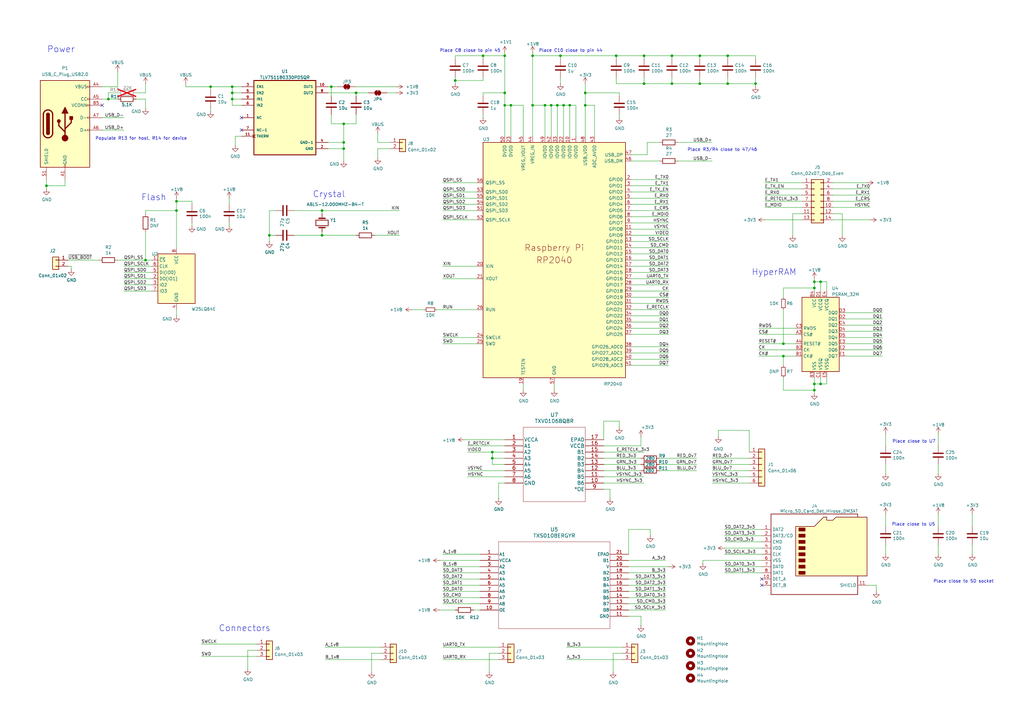
<source format=kicad_sch>
(kicad_sch (version 20231120) (generator "eeschema") (generator_version "8.0")
  (paper "A3")
  (title_block (title "RP2040 PSRAM/SD/Ethernet card") (date "2024-06-03") (rev "1.5") (company "Rob Scott") (comment 1 "Rev 1.2: Add additional eth conn, jumpers for SDIO pins") (comment 2 "Rev 1.3: Swap out level translator, add VGA") (comment 3 "Rev 1.4: Fix footprint, OE connection") (comment 4 "Rev 1.5: Revert level translator, add USB-C pcb connector") (comment 9 "Rev 1.1: Fixed PSRAM data bus, SD card SPI mode"))
  (junction (at 146.05 38.1))
  (junction (at 95.25 40.64))
  (junction (at 336.55 115.57))
  (junction (at 218.44 22.86))
  (junction (at 309.88 34.29))
  (junction (at 334.01 118.11))
  (junction (at 198.12 22.86))
  (junction (at 334.01 160.02))
  (junction (at 201.93 185.42))
  (junction (at 231.14 43.18))
  (junction (at 72.39 82.55))
  (junction (at 19.05 76.2))
  (junction (at 240.03 38.1))
  (junction (at 218.44 43.18))
  (junction (at 287.02 22.86))
  (junction (at 140.97 60.96))
  (junction (at 201.93 187.96))
  (junction (at 135.89 35.56))
  (junction (at 223.52 43.18))
  (junction (at 240.03 43.18))
  (junction (at 207.01 38.1))
  (junction (at 207.01 22.86))
  (junction (at 140.97 58.42))
  (junction (at 321.31 146.05))
  (junction (at 86.36 35.56))
  (junction (at 132.08 86.36))
  (junction (at 264.16 22.86))
  (junction (at 228.6 43.18))
  (junction (at 334.01 115.57))
  (junction (at 44.45 40.64))
  (junction (at 140.97 50.8))
  (junction (at 132.08 96.52))
  (junction (at 226.06 43.18))
  (junction (at 336.55 157.48))
  (junction (at 334.01 157.48))
  (junction (at 233.68 43.18))
  (junction (at 207.01 43.18))
  (junction (at 298.45 34.29))
  (junction (at 275.59 22.86))
  (junction (at 275.59 34.29))
  (junction (at 59.69 106.68))
  (junction (at 72.39 86.36))
  (junction (at 252.73 22.86))
  (junction (at 264.16 34.29))
  (junction (at 110.49 96.52))
  (junction (at 229.87 22.86))
  (junction (at 186.69 33.02))
  (junction (at 287.02 34.29))
  (junction (at 298.45 22.86))
  (junction (at 209.55 43.18))
  (junction (at 95.25 35.56))
  (junction (at 95.25 38.1))
  (junction (at 321.31 140.97))
  (no_connect (at 312.42 237.49))
  (no_connect (at 99.06 48.26))
  (no_connect (at 99.06 53.34))
  (no_connect (at 312.42 240.03))
  (no_connect (at 41.91 43.18))
  (wire (pts (xy 86.36 44.45) (xy 86.36 45.72)))
  (wire (pts (xy 226.06 55.88) (xy 226.06 43.18)))
  (wire (pts (xy 110.49 86.36) (xy 110.49 96.52)))
  (wire (pts (xy 113.03 96.52) (xy 110.49 96.52)))
  (wire (pts (xy 266.7 217.17) (xy 257.81 217.17)))
  (wire (pts (xy 229.87 22.86) (xy 229.87 24.13)))
  (wire (pts (xy 19.05 73.66) (xy 19.05 76.2)))
  (wire (pts (xy 346.71 146.05) (xy 361.95 146.05)))
  (wire (pts (xy 346.71 130.81) (xy 361.95 130.81)))
  (wire (pts (xy 292.1 187.96) (xy 307.34 187.96)))
  (wire (pts (xy 252.73 24.13) (xy 252.73 22.86)))
  (wire (pts (xy 336.55 115.57) (xy 336.55 119.38)))
  (wire (pts (xy 345.44 87.63) (xy 345.44 96.52)))
  (wire (pts (xy 259.08 96.52) (xy 274.32 96.52)))
  (wire (pts (xy 180.34 250.19) (xy 186.69 250.19)))
  (wire (pts (xy 262.89 179.07) (xy 262.89 182.88)))
  (wire (pts (xy 26.67 76.2) (xy 26.67 73.66)))
  (wire (pts (xy 359.41 240.03) (xy 359.41 242.57)))
  (wire (pts (xy 292.1 195.58) (xy 307.34 195.58)))
  (wire (pts (xy 95.25 38.1) (xy 99.06 38.1)))
  (wire (pts (xy 207.01 21.59) (xy 207.01 22.86)))
  (wire (pts (xy 313.69 80.01) (xy 328.93 80.01)))
  (wire (pts (xy 214.63 55.88) (xy 214.63 43.18)))
  (wire (pts (xy 181.61 140.97) (xy 195.58 140.97)))
  (wire (pts (xy 135.89 46.99) (xy 135.89 50.8)))
  (wire (pts (xy 198.12 22.86) (xy 207.01 22.86)))
  (wire (pts (xy 209.55 43.18) (xy 207.01 43.18)))
  (wire (pts (xy 132.08 96.52) (xy 146.05 96.52)))
  (wire (pts (xy 288.29 229.87) (xy 288.29 231.14)))
  (wire (pts (xy 259.08 121.92) (xy 274.32 121.92)))
  (wire (pts (xy 257.81 250.19) (xy 273.05 250.19)))
  (wire (pts (xy 325.12 87.63) (xy 325.12 96.52)))
  (wire (pts (xy 181.61 245.11) (xy 196.85 245.11)))
  (wire (pts (xy 259.08 106.68) (xy 274.32 106.68)))
  (wire (pts (xy 278.13 66.04) (xy 292.1 66.04)))
  (wire (pts (xy 257.81 229.87) (xy 273.05 229.87)))
  (wire (pts (xy 312.42 229.87) (xy 288.29 229.87)))
  (wire (pts (xy 247.65 200.66) (xy 250.19 200.66)))
  (wire (pts (xy 259.08 114.3) (xy 274.32 114.3)))
  (wire (pts (xy 110.49 96.52) (xy 110.49 99.06)))
  (wire (pts (xy 384.81 190.5) (xy 384.81 194.31)))
  (wire (pts (xy 59.69 86.36) (xy 72.39 86.36)))
  (wire (pts (xy 191.77 182.88) (xy 207.01 182.88)))
  (wire (pts (xy 311.15 146.05) (xy 321.31 146.05)))
  (wire (pts (xy 132.08 87.63) (xy 132.08 86.36)))
  (wire (pts (xy 229.87 22.86) (xy 252.73 22.86)))
  (wire (pts (xy 334.01 115.57) (xy 336.55 115.57)))
  (wire (pts (xy 259.08 73.66) (xy 274.32 73.66)))
  (wire (pts (xy 190.5 180.34) (xy 207.01 180.34)))
  (wire (pts (xy 50.8 116.84) (xy 62.23 116.84)))
  (wire (pts (xy 181.61 265.43) (xy 204.47 265.43)))
  (wire (pts (xy 72.39 127) (xy 72.39 129.54)))
  (wire (pts (xy 181.61 81.28) (xy 195.58 81.28)))
  (wire (pts (xy 191.77 185.42) (xy 201.93 185.42)))
  (wire (pts (xy 240.03 43.18) (xy 243.84 43.18)))
  (wire (pts (xy 134.62 35.56) (xy 135.89 35.56)))
  (wire (pts (xy 250.19 200.66) (xy 250.19 204.47)))
  (wire (pts (xy 41.91 40.64) (xy 44.45 40.64)))
  (wire (pts (xy 233.68 55.88) (xy 233.68 43.18)))
  (wire (pts (xy 257.81 245.11) (xy 273.05 245.11)))
  (wire (pts (xy 198.12 46.99) (xy 198.12 48.26)))
  (wire (pts (xy 297.18 224.79) (xy 312.42 224.79)))
  (wire (pts (xy 140.97 60.96) (xy 140.97 66.04)))
  (wire (pts (xy 398.78 210.82) (xy 398.78 215.9)))
  (wire (pts (xy 207.01 38.1) (xy 207.01 43.18)))
  (wire (pts (xy 336.55 157.48) (xy 339.09 157.48)))
  (wire (pts (xy 254 172.72) (xy 254 175.26)))
  (wire (pts (xy 341.63 74.93) (xy 355.6 74.93)))
  (wire (pts (xy 259.08 63.5) (xy 265.43 63.5)))
  (wire (pts (xy 259.08 127) (xy 274.32 127)))
  (wire (pts (xy 207.01 198.12) (xy 204.47 198.12)))
  (wire (pts (xy 346.71 138.43) (xy 361.95 138.43)))
  (wire (pts (xy 254 46.99) (xy 254 48.26)))
  (wire (pts (xy 346.71 140.97) (xy 361.95 140.97)))
  (wire (pts (xy 257.81 240.03) (xy 273.05 240.03)))
  (wire (pts (xy 294.64 176.53) (xy 294.64 179.07)))
  (wire (pts (xy 48.26 106.68) (xy 59.69 106.68)))
  (wire (pts (xy 252.73 31.75) (xy 252.73 34.29)))
  (wire (pts (xy 257.81 247.65) (xy 273.05 247.65)))
  (wire (pts (xy 257.81 242.57) (xy 273.05 242.57)))
  (wire (pts (xy 195.58 74.93) (xy 181.61 74.93)))
  (wire (pts (xy 259.08 86.36) (xy 274.32 86.36)))
  (wire (pts (xy 72.39 82.55) (xy 72.39 86.36)))
  (wire (pts (xy 232.41 270.51) (xy 255.27 270.51)))
  (wire (pts (xy 19.05 76.2) (xy 19.05 77.47)))
  (wire (pts (xy 247.65 172.72) (xy 254 172.72)))
  (wire (pts (xy 298.45 22.86) (xy 309.88 22.86)))
  (wire (pts (xy 265.43 58.42) (xy 265.43 63.5)))
  (wire (pts (xy 133.35 270.51) (xy 156.21 270.51)))
  (wire (pts (xy 78.74 91.44) (xy 78.74 92.71)))
  (wire (pts (xy 160.02 58.42) (xy 154.94 58.42)))
  (wire (pts (xy 341.63 85.09) (xy 356.87 85.09)))
  (wire (pts (xy 181.61 240.03) (xy 196.85 240.03)))
  (wire (pts (xy 339.09 157.48) (xy 339.09 154.94)))
  (wire (pts (xy 259.08 104.14) (xy 274.32 104.14)))
  (wire (pts (xy 270.51 187.96) (xy 285.75 187.96)))
  (wire (pts (xy 186.69 24.13) (xy 186.69 22.86)))
  (wire (pts (xy 226.06 43.18) (xy 228.6 43.18)))
  (wire (pts (xy 313.69 82.55) (xy 328.93 82.55)))
  (wire (pts (xy 252.73 22.86) (xy 264.16 22.86)))
  (wire (pts (xy 257.81 232.41) (xy 274.32 232.41)))
  (wire (pts (xy 133.35 265.43) (xy 156.21 265.43)))
  (wire (pts (xy 95.25 40.64) (xy 99.06 40.64)))
  (wire (pts (xy 227.33 157.48) (xy 227.33 160.02)))
  (wire (pts (xy 29.21 109.22) (xy 29.21 110.49)))
  (wire (pts (xy 146.05 38.1) (xy 151.13 38.1)))
  (wire (pts (xy 181.61 234.95) (xy 196.85 234.95)))
  (wire (pts (xy 297.18 222.25) (xy 312.42 222.25)))
  (wire (pts (xy 264.16 34.29) (xy 252.73 34.29)))
  (wire (pts (xy 259.08 66.04) (xy 270.51 66.04)))
  (wire (pts (xy 48.26 29.21) (xy 48.26 35.56)))
  (wire (pts (xy 275.59 22.86) (xy 287.02 22.86)))
  (wire (pts (xy 363.22 190.5) (xy 363.22 194.31)))
  (wire (pts (xy 181.61 86.36) (xy 195.58 86.36)))
  (wire (pts (xy 132.08 86.36) (xy 163.83 86.36)))
  (wire (pts (xy 262.89 252.73) (xy 262.89 256.54)))
  (wire (pts (xy 41.91 53.34) (xy 50.8 53.34)))
  (wire (pts (xy 384.81 177.8) (xy 384.81 182.88)))
  (wire (pts (xy 321.31 127) (xy 321.31 140.97)))
  (wire (pts (xy 207.01 190.5) (xy 201.93 190.5)))
  (wire (pts (xy 154.94 58.42) (xy 154.94 54.61)))
  (wire (pts (xy 243.84 43.18) (xy 243.84 55.88)))
  (wire (pts (xy 346.71 128.27) (xy 361.95 128.27)))
  (wire (pts (xy 214.63 43.18) (xy 209.55 43.18)))
  (wire (pts (xy 336.55 115.57) (xy 339.09 115.57)))
  (wire (pts (xy 341.63 82.55) (xy 356.87 82.55)))
  (wire (pts (xy 297.18 234.95) (xy 312.42 234.95)))
  (wire (pts (xy 264.16 24.13) (xy 264.16 22.86)))
  (wire (pts (xy 240.03 43.18) (xy 240.03 55.88)))
  (wire (pts (xy 259.08 116.84) (xy 274.32 116.84)))
  (wire (pts (xy 384.81 223.52) (xy 384.81 227.33)))
  (wire (pts (xy 259.08 134.62) (xy 274.32 134.62)))
  (wire (pts (xy 334.01 118.11) (xy 321.31 118.11)))
  (wire (pts (xy 146.05 38.1) (xy 146.05 39.37)))
  (wire (pts (xy 76.2 34.29) (xy 76.2 35.56)))
  (wire (pts (xy 186.69 33.02) (xy 186.69 34.29)))
  (wire (pts (xy 307.34 176.53) (xy 307.34 185.42)))
  (wire (pts (xy 154.94 60.96) (xy 154.94 64.77)))
  (wire (pts (xy 218.44 22.86) (xy 229.87 22.86)))
  (wire (pts (xy 346.71 135.89) (xy 361.95 135.89)))
  (wire (pts (xy 247.65 187.96) (xy 262.89 187.96)))
  (wire (pts (xy 135.89 35.56) (xy 135.89 39.37)))
  (wire (pts (xy 101.6 266.7) (xy 101.6 274.32)))
  (wire (pts (xy 321.31 118.11) (xy 321.31 121.92)))
  (wire (pts (xy 262.89 182.88) (xy 247.65 182.88)))
  (wire (pts (xy 257.81 237.49) (xy 273.05 237.49)))
  (wire (pts (xy 95.25 35.56) (xy 99.06 35.56)))
  (wire (pts (xy 186.69 31.75) (xy 186.69 33.02)))
  (wire (pts (xy 311.15 134.62) (xy 326.39 134.62)))
  (wire (pts (xy 209.55 55.88) (xy 209.55 43.18)))
  (wire (pts (xy 207.01 22.86) (xy 207.01 38.1)))
  (wire (pts (xy 181.61 270.51) (xy 204.47 270.51)))
  (wire (pts (xy 334.01 115.57) (xy 334.01 118.11)))
  (wire (pts (xy 195.58 90.17) (xy 181.61 90.17)))
  (wire (pts (xy 259.08 93.98) (xy 274.32 93.98)))
  (wire (pts (xy 218.44 55.88) (xy 218.44 43.18)))
  (wire (pts (xy 181.61 247.65) (xy 196.85 247.65)))
  (wire (pts (xy 334.01 114.3) (xy 334.01 115.57)))
  (wire (pts (xy 297.18 219.71) (xy 312.42 219.71)))
  (wire (pts (xy 95.25 43.18) (xy 99.06 43.18)))
  (wire (pts (xy 247.65 185.42) (xy 264.16 185.42)))
  (wire (pts (xy 259.08 142.24) (xy 274.32 142.24)))
  (wire (pts (xy 247.65 195.58) (xy 264.16 195.58)))
  (wire (pts (xy 259.08 147.32) (xy 274.32 147.32)))
  (wire (pts (xy 181.61 109.22) (xy 195.58 109.22)))
  (wire (pts (xy 191.77 193.04) (xy 207.01 193.04)))
  (wire (pts (xy 181.61 232.41) (xy 196.85 232.41)))
  (wire (pts (xy 298.45 31.75) (xy 298.45 34.29)))
  (wire (pts (xy 287.02 34.29) (xy 298.45 34.29)))
  (wire (pts (xy 240.03 38.1) (xy 240.03 43.18)))
  (wire (pts (xy 180.34 229.87) (xy 196.85 229.87)))
  (wire (pts (xy 218.44 21.59) (xy 218.44 22.86)))
  (wire (pts (xy 259.08 78.74) (xy 274.32 78.74)))
  (wire (pts (xy 363.22 223.52) (xy 363.22 227.33)))
  (wire (pts (xy 78.74 83.82) (xy 78.74 82.55)))
  (wire (pts (xy 233.68 43.18) (xy 236.22 43.18)))
  (wire (pts (xy 218.44 43.18) (xy 223.52 43.18)))
  (wire (pts (xy 228.6 43.18) (xy 231.14 43.18)))
  (wire (pts (xy 341.63 87.63) (xy 345.44 87.63)))
  (wire (pts (xy 59.69 34.29) (xy 59.69 38.1)))
  (wire (pts (xy 181.61 83.82) (xy 195.58 83.82)))
  (wire (pts (xy 334.01 154.94) (xy 334.01 157.48)))
  (wire (pts (xy 86.36 36.83) (xy 86.36 35.56)))
  (wire (pts (xy 278.13 58.42) (xy 292.1 58.42)))
  (wire (pts (xy 50.8 109.22) (xy 62.23 109.22)))
  (wire (pts (xy 186.69 22.86) (xy 198.12 22.86)))
  (wire (pts (xy 181.61 237.49) (xy 196.85 237.49)))
  (wire (pts (xy 95.25 38.1) (xy 95.25 40.64)))
  (wire (pts (xy 95.25 35.56) (xy 95.25 38.1)))
  (wire (pts (xy 355.6 240.03) (xy 359.41 240.03)))
  (wire (pts (xy 153.67 96.52) (xy 163.83 96.52)))
  (wire (pts (xy 198.12 24.13) (xy 198.12 22.86)))
  (wire (pts (xy 48.26 38.1) (xy 44.45 38.1)))
  (wire (pts (xy 78.74 82.55) (xy 72.39 82.55)))
  (wire (pts (xy 181.61 138.43) (xy 195.58 138.43)))
  (wire (pts (xy 257.81 252.73) (xy 262.89 252.73)))
  (wire (pts (xy 200.66 267.97) (xy 200.66 275.59)))
  (wire (pts (xy 334.01 118.11) (xy 334.01 119.38)))
  (wire (pts (xy 259.08 149.86) (xy 274.32 149.86)))
  (wire (pts (xy 259.08 88.9) (xy 274.32 88.9)))
  (wire (pts (xy 140.97 50.8) (xy 146.05 50.8)))
  (wire (pts (xy 294.64 176.53) (xy 307.34 176.53)))
  (wire (pts (xy 341.63 77.47) (xy 356.87 77.47)))
  (wire (pts (xy 251.46 267.97) (xy 251.46 275.59)))
  (wire (pts (xy 135.89 35.56) (xy 138.43 35.56)))
  (wire (pts (xy 334.01 157.48) (xy 334.01 160.02)))
  (wire (pts (xy 341.63 80.01) (xy 356.87 80.01)))
  (wire (pts (xy 334.01 160.02) (xy 334.01 161.29)))
  (wire (pts (xy 158.75 38.1) (xy 162.56 38.1)))
  (wire (pts (xy 231.14 55.88) (xy 231.14 43.18)))
  (wire (pts (xy 99.06 55.88) (xy 96.52 55.88)))
  (wire (pts (xy 321.31 146.05) (xy 326.39 146.05)))
  (wire (pts (xy 76.2 35.56) (xy 86.36 35.56)))
  (wire (pts (xy 270.51 190.5) (xy 285.75 190.5)))
  (wire (pts (xy 168.91 127) (xy 173.99 127)))
  (wire (pts (xy 160.02 60.96) (xy 154.94 60.96)))
  (wire (pts (xy 19.05 76.2) (xy 26.67 76.2)))
  (wire (pts (xy 247.65 193.04) (xy 262.89 193.04)))
  (wire (pts (xy 105.41 266.7) (xy 101.6 266.7)))
  (wire (pts (xy 218.44 22.86) (xy 218.44 43.18)))
  (wire (pts (xy 334.01 157.48) (xy 336.55 157.48)))
  (wire (pts (xy 59.69 95.25) (xy 59.69 106.68)))
  (wire (pts (xy 297.18 217.17) (xy 312.42 217.17)))
  (wire (pts (xy 298.45 34.29) (xy 309.88 34.29)))
  (wire (pts (xy 93.98 81.28) (xy 93.98 83.82)))
  (wire (pts (xy 259.08 101.6) (xy 274.32 101.6)))
  (wire (pts (xy 309.88 34.29) (xy 309.88 35.56)))
  (wire (pts (xy 214.63 157.48) (xy 214.63 160.02)))
  (wire (pts (xy 207.01 43.18) (xy 207.01 55.88)))
  (wire (pts (xy 346.71 133.35) (xy 361.95 133.35)))
  (wire (pts (xy 191.77 195.58) (xy 207.01 195.58)))
  (wire (pts (xy 257.81 234.95) (xy 273.05 234.95)))
  (wire (pts (xy 134.62 58.42) (xy 140.97 58.42)))
  (wire (pts (xy 120.65 96.52) (xy 132.08 96.52)))
  (wire (pts (xy 321.31 146.05) (xy 321.31 149.86)))
  (wire (pts (xy 132.08 95.25) (xy 132.08 96.52)))
  (wire (pts (xy 321.31 140.97) (xy 326.39 140.97)))
  (wire (pts (xy 120.65 86.36) (xy 132.08 86.36)))
  (wire (pts (xy 198.12 38.1) (xy 207.01 38.1)))
  (wire (pts (xy 236.22 43.18) (xy 236.22 55.88)))
  (wire (pts (xy 247.65 190.5) (xy 262.89 190.5)))
  (wire (pts (xy 59.69 40.64) (xy 59.69 44.45)))
  (wire (pts (xy 266.7 219.71) (xy 266.7 217.17)))
  (wire (pts (xy 264.16 22.86) (xy 275.59 22.86)))
  (wire (pts (xy 259.08 76.2) (xy 274.32 76.2)))
  (wire (pts (xy 257.81 217.17) (xy 257.81 227.33)))
  (wire (pts (xy 259.08 129.54) (xy 274.32 129.54)))
  (wire (pts (xy 82.55 269.24) (xy 105.41 269.24)))
  (wire (pts (xy 229.87 31.75) (xy 229.87 34.29)))
  (wire (pts (xy 50.8 111.76) (xy 62.23 111.76)))
  (wire (pts (xy 50.8 114.3) (xy 62.23 114.3)))
  (wire (pts (xy 181.61 227.33) (xy 196.85 227.33)))
  (wire (pts (xy 384.81 210.82) (xy 384.81 215.9)))
  (wire (pts (xy 292.1 190.5) (xy 307.34 190.5)))
  (wire (pts (xy 95.25 40.64) (xy 95.25 43.18)))
  (wire (pts (xy 134.62 38.1) (xy 146.05 38.1)))
  (wire (pts (xy 346.71 143.51) (xy 361.95 143.51)))
  (wire (pts (xy 287.02 22.86) (xy 298.45 22.86)))
  (wire (pts (xy 313.69 77.47) (xy 328.93 77.47)))
  (wire (pts (xy 270.51 193.04) (xy 285.75 193.04)))
  (wire (pts (xy 198.12 33.02) (xy 198.12 31.75)))
  (wire (pts (xy 259.08 111.76) (xy 274.32 111.76)))
  (wire (pts (xy 259.08 99.06) (xy 274.32 99.06)))
  (wire (pts (xy 311.15 137.16) (xy 326.39 137.16)))
  (wire (pts (xy 240.03 38.1) (xy 254 38.1)))
  (wire (pts (xy 40.64 106.68) (xy 27.94 106.68)))
  (wire (pts (xy 311.15 143.51) (xy 326.39 143.51)))
  (wire (pts (xy 259.08 137.16) (xy 274.32 137.16)))
  (wire (pts (xy 44.45 40.64) (xy 48.26 40.64)))
  (wire (pts (xy 201.93 187.96) (xy 207.01 187.96)))
  (wire (pts (xy 201.93 187.96) (xy 201.93 185.42)))
  (wire (pts (xy 41.91 48.26) (xy 50.8 48.26)))
  (wire (pts (xy 298.45 24.13) (xy 298.45 22.86)))
  (wire (pts (xy 232.41 265.43) (xy 255.27 265.43)))
  (wire (pts (xy 194.31 250.19) (xy 196.85 250.19)))
  (wire (pts (xy 223.52 43.18) (xy 226.06 43.18)))
  (wire (pts (xy 328.93 87.63) (xy 325.12 87.63)))
  (wire (pts (xy 321.31 160.02) (xy 334.01 160.02)))
  (wire (pts (xy 152.4 267.97) (xy 152.4 275.59)))
  (wire (pts (xy 41.91 35.56) (xy 48.26 35.56)))
  (wire (pts (xy 398.78 223.52) (xy 398.78 227.33)))
  (wire (pts (xy 259.08 91.44) (xy 274.32 91.44)))
  (wire (pts (xy 297.18 232.41) (xy 312.42 232.41)))
  (wire (pts (xy 259.08 119.38) (xy 274.32 119.38)))
  (wire (pts (xy 223.52 55.88) (xy 223.52 43.18)))
  (wire (pts (xy 339.09 115.57) (xy 339.09 119.38)))
  (wire (pts (xy 72.39 86.36) (xy 72.39 101.6)))
  (wire (pts (xy 198.12 39.37) (xy 198.12 38.1)))
  (wire (pts (xy 255.27 267.97) (xy 251.46 267.97)))
  (wire (pts (xy 297.18 227.33) (xy 312.42 227.33)))
  (wire (pts (xy 265.43 58.42) (xy 270.51 58.42)))
  (wire (pts (xy 363.22 210.82) (xy 363.22 215.9)))
  (wire (pts (xy 259.08 83.82) (xy 274.32 83.82)))
  (wire (pts (xy 275.59 31.75) (xy 275.59 34.29)))
  (wire (pts (xy 93.98 91.44) (xy 93.98 92.71)))
  (wire (pts (xy 140.97 58.42) (xy 140.97 60.96)))
  (wire (pts (xy 311.15 140.97) (xy 321.31 140.97)))
  (wire (pts (xy 259.08 81.28) (xy 274.32 81.28)))
  (wire (pts (xy 146.05 50.8) (xy 146.05 46.99)))
  (wire (pts (xy 134.62 60.96) (xy 140.97 60.96)))
  (wire (pts (xy 86.36 35.56) (xy 95.25 35.56)))
  (wire (pts (xy 135.89 50.8) (xy 140.97 50.8)))
  (wire (pts (xy 156.21 267.97) (xy 152.4 267.97)))
  (wire (pts (xy 275.59 34.29) (xy 264.16 34.29)))
  (wire (pts (xy 72.39 81.28) (xy 72.39 82.55)))
  (wire (pts (xy 204.47 267.97) (xy 200.66 267.97)))
  (wire (pts (xy 292.1 193.04) (xy 307.34 193.04)))
  (wire (pts (xy 201.93 190.5) (xy 201.93 187.96)))
  (wire (pts (xy 259.08 109.22) (xy 274.32 109.22)))
  (wire (pts (xy 287.02 31.75) (xy 287.02 34.29)))
  (wire (pts (xy 59.69 106.68) (xy 62.23 106.68)))
  (wire (pts (xy 247.65 198.12) (xy 264.16 198.12)))
  (wire (pts (xy 228.6 43.18) (xy 228.6 55.88)))
  (wire (pts (xy 275.59 24.13) (xy 275.59 22.86)))
  (wire (pts (xy 201.93 185.42) (xy 207.01 185.42)))
  (wire (pts (xy 113.03 86.36) (xy 110.49 86.36)))
  (wire (pts (xy 287.02 34.29) (xy 275.59 34.29)))
  (wire (pts (xy 259.08 132.08) (xy 274.32 132.08)))
  (wire (pts (xy 321.31 154.94) (xy 321.31 160.02)))
  (wire (pts (xy 240.03 34.29) (xy 240.03 38.1)))
  (wire (pts (xy 82.55 264.16) (xy 105.41 264.16)))
  (wire (pts (xy 146.05 35.56) (xy 162.56 35.56)))
  (wire (pts (xy 179.07 127) (xy 195.58 127)))
  (wire (pts (xy 313.69 85.09) (xy 328.93 85.09)))
  (wire (pts (xy 259.08 144.78) (xy 274.32 144.78)))
  (wire (pts (xy 96.52 55.88) (xy 96.52 59.69)))
  (wire (pts (xy 356.87 90.17) (xy 341.63 90.17)))
  (wire (pts (xy 195.58 114.3) (xy 181.61 114.3)))
  (wire (pts (xy 59.69 86.36) (xy 59.69 87.63)))
  (wire (pts (xy 309.88 24.13) (xy 309.88 22.86)))
  (wire (pts (xy 336.55 154.94) (xy 336.55 157.48)))
  (wire (pts (xy 44.45 38.1) (xy 44.45 40.64)))
  (wire (pts (xy 186.69 33.02) (xy 198.12 33.02)))
  (wire (pts (xy 181.61 242.57) (xy 196.85 242.57)))
  (wire (pts (xy 313.69 74.93) (xy 328.93 74.93)))
  (wire (pts (xy 292.1 198.12) (xy 307.34 198.12)))
  (wire (pts (xy 287.02 24.13) (xy 287.02 22.86)))
  (wire (pts (xy 55.88 40.64) (xy 59.69 40.64)))
  (wire (pts (xy 259.08 124.46) (xy 274.32 124.46)))
  (wire (pts (xy 27.94 109.22) (xy 29.21 109.22)))
  (wire (pts (xy 313.69 90.17) (xy 328.93 90.17)))
  (wire (pts (xy 264.16 31.75) (xy 264.16 34.29)))
  (wire (pts (xy 363.22 177.8) (xy 363.22 182.88)))
  (wire (pts (xy 254 38.1) (xy 254 39.37)))
  (wire (pts (xy 55.88 38.1) (xy 59.69 38.1)))
  (wire (pts (xy 50.8 119.38) (xy 62.23 119.38)))
  (wire (pts (xy 309.88 31.75) (xy 309.88 34.29)))
  (wire (pts (xy 204.47 198.12) (xy 204.47 204.47)))
  (wire (pts (xy 247.65 180.34) (xy 247.65 172.72)))
  (wire (pts (xy 231.14 43.18) (xy 233.68 43.18)))
  (wire (pts (xy 181.61 78.74) (xy 195.58 78.74)))
  (wire (pts (xy 140.97 50.8) (xy 140.97 58.42)))
  (text "Connectors" (at 100.33 257.81 0) (effects (font (size 2.54 2.54))))
  (text "Place close to SD socket" (at 382.778 239.268 0) (effects (font (size 1.27 1.27)) (justify left bottom)))
  (text "Flash" (at 57.912 82.55 0) (effects (font (size 2.54 2.54)) (justify left bottom)))
  (text "Place R3/R4 close to 47/46" (at 281.94 62.23 0) (effects (font (size 1.27 1.27)) (justify left bottom)))
  (text "Power" (at 19.304 21.844 0) (effects (font (size 2.54 2.54)) (justify left bottom)))
  (text "Place close to U5" (at 365.76 215.9 0) (effects (font (size 1.27 1.27)) (justify left bottom)))
  (text "Place C8 close to pin 45" (at 180.34 21.59 0) (effects (font (size 1.27 1.27)) (justify left bottom)))
  (text "HyperRAM" (at 317.5 111.76 0) (effects (font (size 2.54 2.54))))
  (text "Populate R13 for host, R14 for device" (at 57.912 56.896 0) (effects (font (size 1.27 1.27))))
  (text "Crystal" (at 128.27 81.28 0) (effects (font (size 2.54 2.54)) (justify left bottom)))
  (text "Place C10 close to pin 44" (at 220.98 21.59 0) (effects (font (size 1.27 1.27)) (justify left bottom)))
  (text "Place close to U7\n" (at 365.9389 181.8875 0) (effects (font (size 1.27 1.27)) (justify left bottom)))
  (label "QSPI_SD0" (at 50.8 111.76 0))
  (label "A_3v3" (at 273.05 229.87 180))
  (label "RESET#" (at 311.15 140.97 0))
  (label "VSYNC" (at 274.32 93.98 180))
  (label "E_RETCLK" (at 191.77 182.88 0))
  (label "RED_0v7" (at 285.75 187.96 180))
  (label "UART0_RX" (at 181.61 270.51 0))
  (label "SD_SCLK_3v3" (at 273.05 250.19 180))
  (label "SD_DAT1_3v3" (at 297.18 234.95 0))
  (label "VSYNC_3v3" (at 252.73 195.58 0))
  (label "B_3v3" (at 273.05 234.95 180))
  (label "E_RETCLK" (at 274.32 127 180))
  (label "A_1v8" (at 133.35 265.43 0))
  (label "XOUT" (at 163.83 96.52 180))
  (label "SD_DAT3" (at 274.32 111.76 180))
  (label "DQ3" (at 361.95 135.89 180))
  (label "QSPI_SS" (at 50.8 106.68 0))
  (label "DQ7" (at 361.95 146.05 180))
  (label "CK" (at 274.32 119.38 180))
  (label "HSYNC" (at 356.87 85.09 180))
  (label "BLU_3v3" (at 252.73 193.04 0))
  (label "SD_DAT2_3v3" (at 273.05 240.03 180))
  (label "SD_CMD" (at 181.61 245.11 0))
  (label "XOUT" (at 181.61 114.3 0))
  (label "SD_SCLK_3v3" (at 297.18 227.33 0))
  (label "QSPI_SD1" (at 50.8 114.3 0))
  (label "XIN" (at 163.83 86.36 180))
  (label "SD_DAT2" (at 181.61 237.49 0))
  (label "SD_DAT0_3v3" (at 273.05 245.11 180))
  (label "SD_DAT0_3v3" (at 297.18 232.41 0))
  (label "DQ5" (at 274.32 144.78 180))
  (label "QSPI_SD3" (at 50.8 119.38 0))
  (label "~{USB_BOOT}" (at 27.94 106.68 0))
  (label "E_MDIO" (at 274.32 88.9 180))
  (label "DQ2" (at 361.95 133.35 180))
  (label "UART0_TX" (at 181.61 265.43 0))
  (label "SD_DAT0" (at 274.32 104.14 180))
  (label "SD_DAT2" (at 274.32 109.22 180))
  (label "QSPI_SD2" (at 181.61 83.82 0))
  (label "USB_D+" (at 50.8 53.34 180))
  (label "VIDEO" (at 191.77 185.42 0))
  (label "HSYNC_3v3" (at 252.73 198.12 0))
  (label "RWDS" (at 274.32 124.46 180))
  (label "DQ6" (at 361.95 143.51 180))
  (label "SWCLK" (at 82.55 264.16 0))
  (label "DQ4" (at 361.95 138.43 180))
  (label "UART0_RX" (at 274.32 116.84 180))
  (label "RED_3v3" (at 252.73 187.96 0))
  (label "E_RETCLK_3v3" (at 252.73 185.42 0))
  (label "SD_DAT3" (at 181.61 234.95 0))
  (label "HSYNC_3v3" (at 292.1 198.12 0))
  (label "E_TX1" (at 274.32 76.2 180))
  (label "VIDEO" (at 274.32 96.52 180))
  (label "CK#" (at 311.15 146.05 0))
  (label "SD_CMD_3v3" (at 273.05 247.65 180))
  (label "E_MDIO" (at 313.69 85.09 0))
  (label "SWD" (at 82.55 269.24 0))
  (label "E_RETCLK_3v3" (at 313.69 82.55 0))
  (label "DQ1" (at 361.95 130.81 180))
  (label "UART0_TX" (at 274.32 114.3 180))
  (label "SD_DAT2_3v3" (at 297.18 217.17 0))
  (label "HSYNC" (at 191.77 195.58 0))
  (label "DQ5" (at 361.95 140.97 180))
  (label "SD_DAT0" (at 181.61 242.57 0))
  (label "GRN_3v3" (at 252.73 190.5 0))
  (label "E_TX_EN" (at 313.69 77.47 0))
  (label "QSPI_SD1" (at 181.61 81.28 0))
  (label "E_RX0" (at 313.69 80.01 0))
  (label "E_RX1" (at 274.32 83.82 180))
  (label "QSPI_SD2" (at 50.8 116.84 0))
  (label "DQ2" (at 274.32 134.62 180))
  (label "SD_DAT1" (at 274.32 106.68 180))
  (label "B_1v8" (at 181.61 232.41 0))
  (label "HSYNC" (at 274.32 91.44 180))
  (label "CS#" (at 311.15 137.16 0))
  (label "USB_D-" (at 50.8 48.26 180))
  (label "BLU_0v7" (at 292.1 193.04 0))
  (label "DQ1" (at 274.32 132.08 180))
  (label "USB_D+" (at 292.1 58.42 180))
  (label "E_CRS" (at 274.32 86.36 180))
  (label "BLU_0v7" (at 285.75 193.04 180))
  (label "E_CRS" (at 356.87 82.55 180))
  (label "SWCLK" (at 181.61 138.43 0))
  (label "E_TX_EN" (at 274.32 78.74 180))
  (label "VSYNC_3v3" (at 292.1 195.58 0))
  (label "CS#" (at 274.32 121.92 180))
  (label "DQ6" (at 274.32 147.32 180))
  (label "SD_SCLK" (at 181.61 247.65 0))
  (label "DQ7" (at 274.32 149.86 180))
  (label "SWD" (at 181.61 140.97 0))
  (label "B_1v8" (at 133.35 270.51 0))
  (label "QSPI_SD0" (at 181.61 78.74 0))
  (label "SD_DAT1" (at 181.61 240.03 0))
  (label "E_TX0" (at 274.32 73.66 180))
  (label "SD_DAT1_3v3" (at 273.05 242.57 180))
  (label "USB_D-" (at 292.1 66.04 180))
  (label "DQ3" (at 274.32 137.16 180))
  (label "SD_CMD_3v3" (at 297.18 222.25 0))
  (label "XIN" (at 181.61 109.22 0))
  (label "QSPI_SS" (at 181.61 74.93 0))
  (label "SD_DAT3_3v3" (at 297.18 219.71 0))
  (label "QSPI_SCLK" (at 181.61 90.17 0))
  (label "SD_DAT3_3v3" (at 273.05 237.49 180))
  (label "RED_0v7" (at 292.1 187.96 0))
  (label "B_3v3" (at 232.41 265.43 0))
  (label "E_TX1" (at 313.69 74.93 0))
  (label "DQ4" (at 274.32 142.24 180))
  (label "SD_SCLK" (at 274.32 99.06 180))
  (label "CK" (at 311.15 143.51 0))
  (label "A_3v3" (at 232.41 270.51 0))
  (label "GRN_0v7" (at 285.75 190.5 180))
  (label "DQ0" (at 361.95 128.27 180))
  (label "RUN" (at 181.61 127 0))
  (label "SD_CMD" (at 274.32 101.6 180))
  (label "E_TX0" (at 356.87 77.47 180))
  (label "VSYNC" (at 191.77 193.04 0))
  (label "QSPI_SD3" (at 181.61 86.36 0))
  (label "A_1v8" (at 181.61 227.33 0))
  (label "QSPI_SCLK" (at 50.8 109.22 0))
  (label "DQ0" (at 274.32 129.54 180))
  (label "RWDS" (at 311.15 134.62 0))
  (label "E_RX0" (at 274.32 81.28 180))
  (label "E_RX1" (at 356.87 80.01 180))
  (label "GRN_0v7" (at 292.1 190.5 0))
  (symbol (lib_id "MCU_RaspberryPi_RP2040:RP2040") (at 227.33 106.68 0) (unit 1)
    (property "Reference" "U3" (at 199.39 57.15 0))
    (property "Value" "RP2040" (at 251.46 157.48 0))
    (property "Footprint" "RP2040_minimal:RP2040-QFN-56" (effects (hide yes)))
  )
  (symbol (lib_id "Device:C") (at 116.84 86.36 270) (unit 1)
    (property "Reference" "C5" (at 118.0084 89.281 0) (effects (justify left)))
    (property "Value" "27p" (at 115.697 89.281 0) (effects (justify left)))
    (property "Footprint" "Capacitor_SMD:C_0603_1608Metric" (effects (hide yes)))
    (property "Description" "Unpolarized capacitor" (effects (hide yes)))
  )
  (symbol (lib_id "Device:C") (at 116.84 96.52 270) (unit 1)
    (property "Reference" "C4" (at 118.0084 99.441 0) (effects (justify left)))
    (property "Value" "27p" (at 115.697 99.441 0) (effects (justify left)))
    (property "Footprint" "Capacitor_SMD:C_0603_1608Metric" (effects (hide yes)))
    (property "Description" "Unpolarized capacitor" (effects (hide yes)))
  )
  (symbol (lib_id "power:GND") (at 110.49 99.06 0) (unit 1)
    (property "Reference" "#PWR06" (effects (hide yes)))
    (property "Value" "GND" (at 110.617 103.4542 0))
    (property "Description" "Power symbol creates a global label with name \"GND\" , ground" (effects (hide yes)))
  )
  (symbol (lib_id "Memory_Flash:W25Q128JVS") (at 72.39 114.3 0) (unit 1)
    (property "Reference" "U2" (at 63.5 104.14 0))
    (property "Value" "W25LQ64E" (at 83.566 126.746 0))
    (property "Footprint" "emu_brd:WIN_ZP-8_WIN" (effects (hide yes)))
    (property "Datasheet" "http://www.winbond.com/resource-files/w25q128jv_dtr%20revc%2003272018%20plus.pdf" (effects (hide yes)))
    (property "Description" "128Mb Serial Flash Memory, Standard/Dual/Quad SPI, SOIC-8" (effects (hide yes)))
  )
  (symbol (lib_id "power:GND") (at 72.39 129.54 0) (unit 1)
    (property "Reference" "#PWR08" (effects (hide yes)))
    (property "Value" "GND" (at 68.58 130.81 0))
    (property "Description" "Power symbol creates a global label with name \"GND\" , ground" (effects (hide yes)))
  )
  (symbol (lib_id "Device:R") (at 59.69 91.44 0) (unit 1)
    (property "Reference" "R1" (at 61.468 90.2716 0) (effects (justify left)))
    (property "Value" "DNF" (at 61.468 92.583 0) (effects (justify left)))
    (property "Footprint" "Capacitor_SMD:C_0603_1608Metric" (effects (hide yes)))
    (property "Description" "Resistor" (effects (hide yes)))
  )
  (symbol (lib_id "Device:R") (at 44.45 106.68 270) (unit 1)
    (property "Reference" "R2" (at 44.45 101.4222 90))
    (property "Value" "1k" (at 44.45 103.7336 90))
    (property "Footprint" "Capacitor_SMD:C_0603_1608Metric" (effects (hide yes)))
    (property "Description" "Resistor" (effects (hide yes)))
  )
  (symbol (lib_id "Device:C") (at 78.74 87.63 0) (unit 1)
    (property "Reference" "C6" (at 81.661 86.4616 0) (effects (justify left)))
    (property "Value" "100n" (at 81.661 88.773 0) (effects (justify left)))
    (property "Footprint" "Capacitor_SMD:C_0603_1608Metric" (effects (hide yes)))
    (property "Description" "Unpolarized capacitor" (effects (hide yes)))
  )
  (symbol (lib_id "power:GND") (at 78.74 92.71 0) (unit 1)
    (property "Reference" "#PWR011" (effects (hide yes)))
    (property "Value" "GND" (at 82.55 93.98 0))
    (property "Description" "Power symbol creates a global label with name \"GND\" , ground" (effects (hide yes)))
  )
  (symbol (lib_id "power:GND") (at 227.33 160.02 0) (unit 1)
    (property "Reference" "#PWR016" (effects (hide yes)))
    (property "Value" "GND" (at 227.457 164.4142 0))
    (property "Description" "Power symbol creates a global label with name \"GND\" , ground" (effects (hide yes)))
  )
  (symbol (lib_id "power:GND") (at 214.63 160.02 0) (unit 1)
    (property "Reference" "#PWR015" (effects (hide yes)))
    (property "Value" "GND" (at 214.757 164.4142 0))
    (property "Description" "Power symbol creates a global label with name \"GND\" , ground" (effects (hide yes)))
  )
  (symbol (lib_id "Device:R") (at 274.32 58.42 270) (unit 1)
    (property "Reference" "R3" (at 274.32 53.1622 90))
    (property "Value" "27" (at 274.32 55.4736 90))
    (property "Footprint" "Capacitor_SMD:C_0603_1608Metric" (effects (hide yes)))
    (property "Description" "Resistor" (effects (hide yes)))
  )
  (symbol (lib_id "Device:R") (at 274.32 66.04 270) (unit 1)
    (property "Reference" "R4" (at 274.32 60.7822 90))
    (property "Value" "27" (at 274.32 63.0936 90))
    (property "Footprint" "Capacitor_SMD:C_0603_1608Metric" (effects (hide yes)))
    (property "Description" "Resistor" (effects (hide yes)))
  )
  (symbol (lib_id "power:+1V1") (at 207.01 21.59 0) (unit 1)
    (property "Reference" "#PWR014" (effects (hide yes)))
    (property "Value" "+1V1" (at 207.391 17.1958 0))
    (property "Description" "Power symbol creates a global label with name \"+1V1\"" (effects (hide yes)))
  )
  (symbol (lib_id "Device:C") (at 252.73 27.94 0) (unit 1)
    (property "Reference" "C9" (at 255.651 26.7716 0) (effects (justify left)))
    (property "Value" "100n" (at 255.651 29.083 0) (effects (justify left)))
    (property "Footprint" "Capacitor_SMD:C_0603_1608Metric" (effects (hide yes)))
    (property "Description" "Unpolarized capacitor" (effects (hide yes)))
  )
  (symbol (lib_id "Device:C") (at 264.16 27.94 0) (unit 1)
    (property "Reference" "C11" (at 267.081 26.7716 0) (effects (justify left)))
    (property "Value" "100n" (at 267.081 29.083 0) (effects (justify left)))
    (property "Footprint" "Capacitor_SMD:C_0603_1608Metric" (effects (hide yes)))
    (property "Description" "Unpolarized capacitor" (effects (hide yes)))
  )
  (symbol (lib_id "Device:C") (at 275.59 27.94 0) (unit 1)
    (property "Reference" "C12" (at 278.511 26.7716 0) (effects (justify left)))
    (property "Value" "100n" (at 278.511 29.083 0) (effects (justify left)))
    (property "Footprint" "Capacitor_SMD:C_0603_1608Metric" (effects (hide yes)))
    (property "Description" "Unpolarized capacitor" (effects (hide yes)))
  )
  (symbol (lib_id "Device:C") (at 287.02 27.94 0) (unit 1)
    (property "Reference" "C13" (at 289.941 26.7716 0) (effects (justify left)))
    (property "Value" "100n" (at 289.941 29.083 0) (effects (justify left)))
    (property "Footprint" "Capacitor_SMD:C_0603_1608Metric" (effects (hide yes)))
    (property "Description" "Unpolarized capacitor" (effects (hide yes)))
  )
  (symbol (lib_id "Device:C") (at 298.45 27.94 0) (unit 1)
    (property "Reference" "C14" (at 301.371 26.7716 0) (effects (justify left)))
    (property "Value" "100n" (at 301.371 29.083 0) (effects (justify left)))
    (property "Footprint" "Capacitor_SMD:C_0603_1608Metric" (effects (hide yes)))
    (property "Description" "Unpolarized capacitor" (effects (hide yes)))
  )
  (symbol (lib_id "Device:C") (at 254 43.18 0) (unit 1)
    (property "Reference" "C15" (at 256.921 42.0116 0) (effects (justify left)))
    (property "Value" "100n" (at 256.921 44.323 0) (effects (justify left)))
    (property "Footprint" "Capacitor_SMD:C_0603_1608Metric" (effects (hide yes)))
    (property "Description" "Unpolarized capacitor" (effects (hide yes)))
  )
  (symbol (lib_id "Device:C") (at 309.88 27.94 0) (unit 1)
    (property "Reference" "C16" (at 312.801 26.7716 0) (effects (justify left)))
    (property "Value" "100n" (at 312.801 29.083 0) (effects (justify left)))
    (property "Footprint" "Capacitor_SMD:C_0603_1608Metric" (effects (hide yes)))
    (property "Description" "Unpolarized capacitor" (effects (hide yes)))
  )
  (symbol (lib_id "Device:C") (at 186.69 27.94 0) (unit 1)
    (property "Reference" "C7" (at 189.611 26.7716 0) (effects (justify left)))
    (property "Value" "100n" (at 189.611 29.083 0) (effects (justify left)))
    (property "Footprint" "Capacitor_SMD:C_0603_1608Metric" (effects (hide yes)))
    (property "Description" "Unpolarized capacitor" (effects (hide yes)))
  )
  (symbol (lib_id "Device:C") (at 198.12 27.94 0) (unit 1)
    (property "Reference" "C8" (at 201.041 26.7716 0) (effects (justify left)))
    (property "Value" "100n" (at 201.041 29.083 0) (effects (justify left)))
    (property "Footprint" "Capacitor_SMD:C_0603_1608Metric" (effects (hide yes)))
    (property "Description" "Unpolarized capacitor" (effects (hide yes)))
  )
  (symbol (lib_id "Device:C") (at 198.12 43.18 0) (unit 1)
    (property "Reference" "C18" (at 201.041 42.0116 0) (effects (justify left)))
    (property "Value" "1u" (at 201.041 44.323 0) (effects (justify left)))
    (property "Footprint" "Capacitor_SMD:C_0603_1608Metric" (effects (hide yes)))
    (property "Description" "Unpolarized capacitor" (effects (hide yes)))
  )
  (symbol (lib_id "Device:C") (at 229.87 27.94 0) (unit 1)
    (property "Reference" "C10" (at 232.791 26.7716 0) (effects (justify left)))
    (property "Value" "1u" (at 232.791 29.083 0) (effects (justify left)))
    (property "Footprint" "Capacitor_SMD:C_0603_1608Metric" (effects (hide yes)))
    (property "Description" "Unpolarized capacitor" (effects (hide yes)))
  )
  (symbol (lib_id "Mechanical:MountingHole") (at 283.21 262.89 0) (unit 1)
    (property "Reference" "H1" (at 285.75 261.7216 0) (effects (justify left)))
    (property "Value" "MountingHole" (at 285.75 264.033 0) (effects (justify left)))
    (property "Footprint" "MountingHole:MountingHole_2.7mm_M2.5" (effects (hide yes)))
    (property "Description" "Mounting Hole without connection" (effects (hide yes)))
  )
  (symbol (lib_id "Mechanical:MountingHole") (at 283.21 267.97 0) (unit 1)
    (property "Reference" "H2" (at 285.75 266.8016 0) (effects (justify left)))
    (property "Value" "MountingHole" (at 285.75 269.113 0) (effects (justify left)))
    (property "Footprint" "MountingHole:MountingHole_2.7mm_M2.5" (effects (hide yes)))
    (property "Description" "Mounting Hole without connection" (effects (hide yes)))
  )
  (symbol (lib_id "Mechanical:MountingHole") (at 283.21 273.05 0) (unit 1)
    (property "Reference" "H3" (at 285.75 271.8816 0) (effects (justify left)))
    (property "Value" "MountingHole" (at 285.75 274.193 0) (effects (justify left)))
    (property "Footprint" "MountingHole:MountingHole_2.7mm_M2.5" (effects (hide yes)))
    (property "Description" "Mounting Hole without connection" (effects (hide yes)))
  )
  (symbol (lib_id "Mechanical:MountingHole") (at 283.21 278.13 0) (unit 1)
    (property "Reference" "H4" (at 285.75 276.9616 0) (effects (justify left)))
    (property "Value" "MountingHole" (at 285.75 279.273 0) (effects (justify left)))
    (property "Footprint" "MountingHole:MountingHole_2.7mm_M2.5" (effects (hide yes)))
    (property "Description" "Mounting Hole without connection" (effects (hide yes)))
  )
  (symbol (lib_id "power:GND") (at 309.88 35.56 0) (unit 1)
    (property "Reference" "#PWR023" (effects (hide yes)))
    (property "Value" "GND" (at 310.007 39.9542 0))
    (property "Description" "Power symbol creates a global label with name \"GND\" , ground" (effects (hide yes)))
  )
  (symbol (lib_id "power:GND") (at 186.69 34.29 0) (unit 1)
    (property "Reference" "#PWR012" (effects (hide yes)))
    (property "Value" "GND" (at 186.817 38.6842 0))
    (property "Description" "Power symbol creates a global label with name \"GND\" , ground" (effects (hide yes)))
  )
  (symbol (lib_id "power:GND") (at 198.12 48.26 0) (unit 1)
    (property "Reference" "#PWR013" (effects (hide yes)))
    (property "Value" "GND" (at 198.247 52.6542 0))
    (property "Description" "Power symbol creates a global label with name \"GND\" , ground" (effects (hide yes)))
  )
  (symbol (lib_id "power:GND") (at 254 48.26 0) (unit 1)
    (property "Reference" "#PWR018" (effects (hide yes)))
    (property "Value" "GND" (at 254.127 52.6542 0))
    (property "Description" "Power symbol creates a global label with name \"GND\" , ground" (effects (hide yes)))
  )
  (symbol (lib_id "power:GND") (at 140.97 66.04 0) (unit 1)
    (property "Reference" "#PWR05" (effects (hide yes)))
    (property "Value" "GND" (at 137.16 67.31 0))
    (property "Description" "Power symbol creates a global label with name \"GND\" , ground" (effects (hide yes)))
  )
  (symbol (lib_id "Device:C") (at 86.36 40.64 0) (unit 1)
    (property "Reference" "C1" (at 89.281 39.4716 0) (effects (justify left)))
    (property "Value" "10u" (at 89.281 41.783 0) (effects (justify left)))
    (property "Footprint" "Capacitor_SMD:C_0805_2012Metric" (effects (hide yes)))
    (property "Description" "Unpolarized capacitor" (effects (hide yes)))
  )
  (symbol (lib_id "Device:C") (at 135.89 43.18 0) (unit 1)
    (property "Reference" "C2" (at 138.811 42.0116 0) (effects (justify left)))
    (property "Value" "10u" (at 138.811 44.323 0) (effects (justify left)))
    (property "Footprint" "Capacitor_SMD:C_0805_2012Metric" (effects (hide yes)))
    (property "Description" "Unpolarized capacitor" (effects (hide yes)))
  )
  (symbol (lib_id "power:GND") (at 86.36 45.72 0) (unit 1)
    (property "Reference" "#PWR04" (effects (hide yes)))
    (property "Value" "GND" (at 82.55 46.99 0))
    (property "Description" "Power symbol creates a global label with name \"GND\" , ground" (effects (hide yes)))
  )
  (symbol (lib_id "Device:R") (at 149.86 96.52 270) (unit 1)
    (property "Reference" "R5" (at 149.86 91.2622 90))
    (property "Value" "1k" (at 149.86 93.5736 90))
    (property "Footprint" "Capacitor_SMD:C_0603_1608Metric" (effects (hide yes)))
    (property "Description" "Resistor" (effects (hide yes)))
  )
  (symbol (lib_id "Device:Crystal") (at 132.08 91.44 270) (unit 1)
    (property "Reference" "Y1" (at 135.4074 90.2716 90) (effects (justify left)))
    (property "Value" "ABLS-12.000MHZ-B4-T" (at 125.73 83.82 90) (effects (justify left)))
    (property "Footprint" "Crystal:Crystal_SMD_5032-2Pin_5.0x3.2mm_HandSoldering" (effects (hide yes)))
    (property "Description" "Two pin crystal" (effects (hide yes)))
  )
  (symbol (lib_id "Device:C") (at 93.98 87.63 0) (unit 1)
    (property "Reference" "C17" (at 96.901 86.4616 0) (effects (justify left)))
    (property "Value" "10u" (at 96.901 88.773 0) (effects (justify left)))
    (property "Footprint" "Capacitor_SMD:C_0805_2012Metric" (effects (hide yes)))
    (property "Description" "Unpolarized capacitor" (effects (hide yes)))
  )
  (symbol (lib_id "power:GND") (at 93.98 92.71 0) (unit 1)
    (property "Reference" "#PWR025" (effects (hide yes)))
    (property "Value" "GND" (at 90.17 93.98 0))
    (property "Description" "Power symbol creates a global label with name \"GND\" , ground" (effects (hide yes)))
  )
  (symbol (lib_id "Connector_Generic:Conn_01x02") (at 22.86 106.68 0) (mirror y) (unit 1)
    (property "Reference" "J2" (at 21.59 102.87 0))
    (property "Value" "Conn_01x02" (at 21.59 113.03 0))
    (property "Footprint" "Connector_PinHeader_2.54mm:PinHeader_1x02_P2.54mm_Vertical" (effects (hide yes)))
    (property "Description" "Generic connector, single row, 01x02, script generated (kicad-library-utils/schlib/autogen/connector/)" (effects (hide yes)))
  )
  (symbol (lib_id "power:GND") (at 29.21 110.49 0) (unit 1)
    (property "Reference" "#PWR02" (effects (hide yes)))
    (property "Value" "GND" (at 29.337 114.8842 0))
    (property "Description" "Power symbol creates a global label with name \"GND\" , ground" (effects (hide yes)))
  )
  (symbol (lib_id "Device:C") (at 384.81 219.71 0) (unit 1)
    (property "Reference" "C20" (at 387.731 218.5416 0) (effects (justify left)))
    (property "Value" "100n" (at 387.731 220.853 0) (effects (justify left)))
    (property "Footprint" "Capacitor_SMD:C_0603_1608Metric" (effects (hide yes)))
    (property "Description" "Unpolarized capacitor" (effects (hide yes)))
  )
  (symbol (lib_id "power:GND") (at 204.47 204.47 0) (unit 1)
    (property "Reference" "#PWR051" (effects (hide yes)))
    (property "Value" "GND" (at 204.597 208.8642 0))
    (property "Description" "Power symbol creates a global label with name \"GND\" , ground" (effects (hide yes)))
  )
  (symbol (lib_id "power:VBUS") (at 76.2 34.29 0) (unit 1)
    (property "Reference" "#PWR0102" (effects (hide yes)))
    (property "Value" "VBUS" (at 76.2 30.7142 0))
    (property "Description" "Power symbol creates a global label with name \"VBUS\"" (effects (hide yes)))
  )
  (symbol (lib_id "Connector_Generic:Conn_01x03") (at 260.35 267.97 0) (unit 1)
    (property "Reference" "J3" (at 262.382 267.1353 0) (effects (justify left)))
    (property "Value" "Conn_01x03" (at 262.382 269.6722 0) (effects (justify left)))
    (property "Footprint" "Connector_PinHeader_2.54mm:PinHeader_1x03_P2.54mm_Vertical" (effects (hide yes)))
    (property "Description" "Generic connector, single row, 01x03, script generated (kicad-library-utils/schlib/autogen/connector/)" (effects (hide yes)))
  )
  (symbol (lib_id "Connector_Generic:Conn_02x07_Odd_Even") (at 334.01 82.55 0) (unit 1)
    (property "Reference" "J5" (at 335.28 68.58 0))
    (property "Value" "Conn_02x07_Odd_Even" (at 335.28 71.12 0))
    (property "Footprint" "Connector_PinSocket_2.54mm:PinSocket_2x07_P2.54mm_Horizontal" (effects (hide yes)))
    (property "Description" "Generic connector, double row, 02x07, odd/even pin numbering scheme (row 1 odd numbers, row 2 even numbers), script generated (kicad-library-utils/schlib/autogen/connector/)" (effects (hide yes)))
  )
  (symbol (lib_id "power:GND") (at 359.41 242.57 0) (unit 1)
    (property "Reference" "#PWR029" (effects (hide yes)))
    (property "Value" "GND" (at 359.537 246.9642 0))
    (property "Description" "Power symbol creates a global label with name \"GND\" , ground" (effects (hide yes)))
  )
  (symbol (lib_id "power:+1V8") (at 168.91 127 90) (unit 1)
    (property "Reference" "#PWR0112" (effects (hide yes)))
    (property "Value" "+1V8" (at 165.1 126.9999 90) (effects (justify left)))
    (property "Description" "Power symbol creates a global label with name \"+1V8\"" (effects (hide yes)))
  )
  (symbol (lib_id "Device:R") (at 266.7 187.96 90) (unit 1)
    (property "Reference" "R9" (at 271.526 186.944 90))
    (property "Value" "280" (at 266.7 187.96 90))
    (property "Footprint" "Resistor_SMD:R_0603_1608Metric" (effects (hide yes)))
    (property "Description" "Resistor" (effects (hide yes)))
  )
  (symbol (lib_id "local:PSRAM_32M") (at 336.55 137.16 0) (unit 1)
    (property "Reference" "U4" (at 341.1094 118.2202 0) (effects (justify left)))
    (property "Value" "PSRAM_32M" (at 341.1094 120.7571 0) (effects (justify left)))
    (property "Footprint" "emu_brd:BGA25C100P5X5_800X600X120N" (effects (hide yes)))
    (property "Datasheet" "https://www.winbond.com/resource-files/W958D8NBYA%20256Mb%20HyperRAM%20TFBGA24%20SDP%2085C%20datasheet_A01-002_20211020.pdf" (effects (hide yes)))
    (property "Description" "256 Mbit serial pseudo SRAM device organized as 32Mx8 bits, 1.8 VCC, BGA 8x6" (effects (hide yes)))
  )
  (symbol (lib_id "Connector:Micro_SD_Card_Det_Hirose_DM3AT") (at 335.28 227.33 0) (unit 1)
    (property "Reference" "J4" (at 334.0352 207.5405 0))
    (property "Value" "Micro_SD_Card_Det_Hirose_DM3AT" (at 335.915 209.6571 0))
    (property "Footprint" "Connector_Card:microSD_HC_Hirose_DM3D-SF" (effects (hide yes)))
    (property "Datasheet" "https://www.hirose.com/product/en/download_file/key_name/DM3/category/Catalog/doc_file_id/49662/?file_category_id=4&item_id=195&is_series=1" (effects (hide yes)))
    (property "Description" "Micro SD Card Socket with card detection pins" (effects (hide yes)))
  )
  (symbol (lib_id "Connector_Generic:Conn_01x03") (at 110.49 266.7 0) (unit 1)
    (property "Reference" "J6" (at 112.522 265.8653 0) (effects (justify left)))
    (property "Value" "Conn_01x03" (at 112.522 268.4022 0) (effects (justify left)))
    (property "Footprint" "Connector_PinHeader_2.54mm:PinHeader_1x03_P2.54mm_Vertical" (effects (hide yes)))
    (property "Description" "Generic connector, single row, 01x03, script generated (kicad-library-utils/schlib/autogen/connector/)" (effects (hide yes)))
  )
  (symbol (lib_id "power:+1V8") (at 93.98 81.28 0) (unit 1)
    (property "Reference" "#PWR0108" (effects (hide yes)))
    (property "Value" "+1V8" (at 93.98 77.7042 0))
    (property "Description" "Power symbol creates a global label with name \"+1V8\"" (effects (hide yes)))
  )
  (symbol (lib_id "power:+1V8") (at 334.01 114.3 0) (unit 1)
    (property "Reference" "#PWR0106" (effects (hide yes)))
    (property "Value" "+1V8" (at 334.01 110.7242 0))
    (property "Description" "Power symbol creates a global label with name \"+1V8\"" (effects (hide yes)))
  )
  (symbol (lib_id "power:+1V8") (at 384.81 177.8 0) (unit 1)
    (property "Reference" "#PWR040" (effects (hide yes)))
    (property "Value" "+1V8" (at 384.81 174.2242 0))
    (property "Description" "Power symbol creates a global label with name \"+1V8\"" (effects (hide yes)))
  )
  (symbol (lib_id "Device:R") (at 52.07 40.64 270) (unit 1)
    (property "Reference" "R14" (at 47.244 39.624 90))
    (property "Value" "5.1K" (at 52.07 42.926 90))
    (property "Footprint" "Resistor_SMD:R_0603_1608Metric" (effects (hide yes)))
    (property "Description" "Resistor" (effects (hide yes)))
  )
  (symbol (lib_id "power:GND") (at 251.46 275.59 0) (unit 1)
    (property "Reference" "#PWR057" (effects (hide yes)))
    (property "Value" "GND" (at 251.587 279.9842 0))
    (property "Description" "Power symbol creates a global label with name \"GND\" , ground" (effects (hide yes)))
  )
  (symbol (lib_id "power:GND") (at 325.12 96.52 0) (unit 1)
    (property "Reference" "#PWR03" (effects (hide yes)))
    (property "Value" "GND" (at 325.247 100.9142 0))
    (property "Description" "Power symbol creates a global label with name \"GND\" , ground" (effects (hide yes)))
  )
  (symbol (lib_id "power:+3V3") (at 363.22 210.82 0) (unit 1)
    (property "Reference" "#PWR043" (effects (hide yes)))
    (property "Value" "+3V3" (at 365.76 207.01 0) (effects (justify right)))
    (property "Description" "Power symbol creates a global label with name \"+3V3\"" (effects (hide yes)))
  )
  (symbol (lib_id "power:GND") (at 288.29 231.14 0) (unit 1)
    (property "Reference" "#PWR027" (effects (hide yes)))
    (property "Value" "GND" (at 288.417 235.5342 0))
    (property "Description" "Power symbol creates a global label with name \"GND\" , ground" (effects (hide yes)))
  )
  (symbol (lib_id "power:GND") (at 254 175.26 0) (unit 1)
    (property "Reference" "#PWR050" (effects (hide yes)))
    (property "Value" "GND" (at 254.127 179.6542 0))
    (property "Description" "Power symbol creates a global label with name \"GND\" , ground" (effects (hide yes)))
  )
  (symbol (lib_id "power:+1V8") (at 180.34 250.19 90) (mirror x) (unit 1)
    (property "Reference" "#PWR026" (effects (hide yes)))
    (property "Value" "+1V8" (at 176.53 250.19 90) (effects (justify left)))
    (property "Description" "Power symbol creates a global label with name \"+1V8\"" (effects (hide yes)))
  )
  (symbol (lib_id "power:GND") (at 96.52 59.69 0) (unit 1)
    (property "Reference" "#PWR0107" (effects (hide yes)))
    (property "Value" "GND" (at 96.52 64.1334 0))
    (property "Description" "Power symbol creates a global label with name \"GND\" , ground" (effects (hide yes)))
  )
  (symbol (lib_id "power:+1V8") (at 72.39 81.28 0) (unit 1)
    (property "Reference" "#PWR0105" (effects (hide yes)))
    (property "Value" "+1V8" (at 72.39 77.7042 0))
    (property "Description" "Power symbol creates a global label with name \"+1V8\"" (effects (hide yes)))
  )
  (symbol (lib_id "Device:R") (at 266.7 190.5 90) (unit 1)
    (property "Reference" "R10" (at 272.034 189.484 90))
    (property "Value" "280" (at 266.7 190.5 90))
    (property "Footprint" "Resistor_SMD:R_0603_1608Metric" (effects (hide yes)))
    (property "Description" "Resistor" (effects (hide yes)))
  )
  (symbol (lib_id "power:GND") (at 334.01 161.29 0) (unit 1)
    (property "Reference" "#PWR0101" (effects (hide yes)))
    (property "Value" "GND" (at 334.137 165.6842 0))
    (property "Description" "Power symbol creates a global label with name \"GND\" , ground" (effects (hide yes)))
  )
  (symbol (lib_id "power:GND") (at 398.78 227.33 0) (unit 1)
    (property "Reference" "#PWR036" (effects (hide yes)))
    (property "Value" "GND" (at 398.907 231.7242 0))
    (property "Description" "Power symbol creates a global label with name \"GND\" , ground" (effects (hide yes)))
  )
  (symbol (lib_id "power:GND") (at 294.64 179.07 0) (unit 1)
    (property "Reference" "#PWR022" (effects (hide yes)))
    (property "Value" "GND" (at 294.64 184.15 0))
    (property "Description" "Power symbol creates a global label with name \"GND\" , ground" (effects (hide yes)))
  )
  (symbol (lib_id "power:GND") (at 101.6 274.32 0) (unit 1)
    (property "Reference" "#PWR021" (effects (hide yes)))
    (property "Value" "GND" (at 101.727 278.7142 0))
    (property "Description" "Power symbol creates a global label with name \"GND\" , ground" (effects (hide yes)))
  )
  (symbol (lib_id "Jumper:SolderJumper_2_Bridged") (at 154.94 38.1 0) (unit 1)
    (property "Reference" "JP4" (at 154.94 40.64 0))
    (property "Value" "SolderJumper_2_Bridged" (effects (hide yes)))
    (property "Footprint" "Jumper:SolderJumper-2_P1.3mm_Bridged_Pad1.0x1.5mm" (effects (hide yes)))
    (property "Description" "Solder Jumper, 2-pole, closed/bridged" (effects (hide yes)))
  )
  (symbol (lib_id "power:+3V3") (at 363.22 177.8 0) (unit 1)
    (property "Reference" "#PWR037" (effects (hide yes)))
    (property "Value" "+3V3" (at 365.76 173.99 0) (effects (justify right)))
    (property "Description" "Power symbol creates a global label with name \"+3V3\"" (effects (hide yes)))
  )
  (symbol (lib_id "power:+1V8") (at 384.81 210.82 0) (unit 1)
    (property "Reference" "#PWR0111" (effects (hide yes)))
    (property "Value" "+1V8" (at 384.81 207.2442 0))
    (property "Description" "Power symbol creates a global label with name \"+1V8\"" (effects (hide yes)))
  )
  (symbol (lib_id "power:GND") (at 59.69 44.45 0) (unit 1)
    (property "Reference" "#PWR020" (effects (hide yes)))
    (property "Value" "GND" (at 55.88 45.72 0))
    (property "Description" "Power symbol creates a global label with name \"GND\" , ground" (effects (hide yes)))
  )
  (symbol (lib_id "Device:R_Small") (at 321.31 124.46 180) (unit 1)
    (property "Reference" "R6" (at 323.85 124.46 0))
    (property "Value" "10K" (at 317.5 124.46 0))
    (property "Footprint" "Resistor_SMD:R_0603_1608Metric" (effects (hide yes)))
    (property "Description" "Resistor, small symbol" (effects (hide yes)))
  )
  (symbol (lib_id "power:+1V8") (at 190.5 180.34 90) (unit 1)
    (property "Reference" "#PWR046" (effects (hide yes)))
    (property "Value" "+1V8" (at 186.69 180.594 90) (effects (justify left)))
    (property "Description" "Power symbol creates a global label with name \"+1V8\"" (effects (hide yes)))
  )
  (symbol (lib_id "power:GND") (at 262.89 256.54 0) (unit 1)
    (property "Reference" "#PWR030" (effects (hide yes)))
    (property "Value" "GND" (at 263.017 260.9342 0))
    (property "Description" "Power symbol creates a global label with name \"GND\" , ground" (effects (hide yes)))
  )
  (symbol (lib_id "TXV0106BQBR:TXV0106BQBR") (at 207.01 180.34 0) (unit 1)
    (property "Reference" "U7" (at 227.33 170.18 0) (effects (font (size 1.524 1.524))))
    (property "Value" "TXV0106BQBR" (at 227.33 172.72 0) (effects (font (size 1.524 1.524))))
    (property "Footprint" "Package_DFN_QFN:DHVQFN-16-1EP_2.5x3.5mm_P0.5mm_EP1x2mm" (effects (hide yes)))
  )
  (symbol (lib_id "Device:C") (at 398.78 219.71 0) (unit 1)
    (property "Reference" "C19" (at 401.701 218.5416 0) (effects (justify left)))
    (property "Value" "10u" (at 401.701 220.853 0) (effects (justify left)))
    (property "Footprint" "Capacitor_SMD:C_0805_2012Metric" (effects (hide yes)))
    (property "Description" "Unpolarized capacitor" (effects (hide yes)))
  )
  (symbol (lib_id "power:+3V3") (at 313.69 90.17 90) (unit 1)
    (property "Reference" "#PWR017" (effects (hide yes)))
    (property "Value" "+3V3" (at 304.8 90.17 90) (effects (justify right)))
    (property "Description" "Power symbol creates a global label with name \"+3V3\"" (effects (hide yes)))
  )
  (symbol (lib_id "power:VBUS") (at 154.94 54.61 0) (unit 1)
    (property "Reference" "#PWR033" (effects (hide yes)))
    (property "Value" "VBUS" (at 154.94 51.0342 0))
    (property "Description" "Power symbol creates a global label with name \"VBUS\"" (effects (hide yes)))
  )
  (symbol (lib_id "power:GND") (at 345.44 96.52 0) (unit 1)
    (property "Reference" "#PWR07" (effects (hide yes)))
    (property "Value" "GND" (at 345.567 100.9142 0))
    (property "Description" "Power symbol creates a global label with name \"GND\" , ground" (effects (hide yes)))
  )
  (symbol (lib_id "power:+1V8") (at 218.44 21.59 0) (unit 1)
    (property "Reference" "#PWR0104" (effects (hide yes)))
    (property "Value" "+1V8" (at 218.44 18.0142 0))
    (property "Description" "Power symbol creates a global label with name \"+1V8\"" (effects (hide yes)))
  )
  (symbol (lib_id "power:GND") (at 363.22 227.33 0) (unit 1)
    (property "Reference" "#PWR044" (effects (hide yes)))
    (property "Value" "GND" (at 363.347 231.7242 0))
    (property "Description" "Power symbol creates a global label with name \"GND\" , ground" (effects (hide yes)))
  )
  (symbol (lib_id "TXS0108ERGY:TXS0108ERGYR") (at 196.85 227.33 0) (unit 1)
    (property "Reference" "U5" (at 227.33 217.17 0) (effects (font (size 1.524 1.524))))
    (property "Value" "TXS0108ERGYR" (at 227.33 219.71 0) (effects (font (size 1.524 1.524))))
    (property "Footprint" "RGY20_3P05X2P05" (effects (hide yes)))
    (property "Datasheet" "TXS0108ERGYR" (effects (hide yes)))
  )
  (symbol (lib_id "Connector_Generic:Conn_01x03") (at 161.29 267.97 0) (unit 1)
    (property "Reference" "J10" (at 163.322 267.1353 0) (effects (justify left)))
    (property "Value" "Conn_01x03" (at 163.322 269.6722 0) (effects (justify left)))
    (property "Footprint" "Connector_PinHeader_2.54mm:PinHeader_1x03_P2.54mm_Vertical" (effects (hide yes)))
    (property "Description" "Generic connector, single row, 01x03, script generated (kicad-library-utils/schlib/autogen/connector/)" (effects (hide yes)))
  )
  (symbol (lib_id "Connector:USB_C_Plug_USB2.0") (at 26.67 50.8 0) (unit 1)
    (property "Reference" "P1" (at 26.67 27.94 0))
    (property "Value" "USB_C_Plug_USB2.0" (at 26.67 30.48 0))
    (property "Footprint" "emu_brd:PCB-USB-C" (effects (hide yes)))
    (property "Datasheet" "https://www.usb.org/sites/default/files/documents/usb_type-c.zip" (effects (hide yes)))
    (property "Description" "USB 2.0-only Type-C Plug connector" (effects (hide yes)))
  )
  (symbol (lib_id "Device:R") (at 52.07 38.1 270) (unit 1) (dnp yes)
    (property "Reference" "R13" (at 46.99 36.83 90))
    (property "Value" "22K" (at 52.324 36.068 90))
    (property "Footprint" "Resistor_SMD:R_0603_1608Metric" (effects (hide yes)))
    (property "Description" "Resistor" (effects (hide yes)))
  )
  (symbol (lib_id "power:+3V3") (at 240.03 34.29 0) (unit 1)
    (property "Reference" "#PWR0109" (effects (hide yes)))
    (property "Value" "+3V3" (at 240.03 30.7142 0))
    (property "Description" "Power symbol creates a global label with name \"+3V3\"" (effects (hide yes)))
  )
  (symbol (lib_id "power:GND") (at 384.81 227.33 0) (unit 1)
    (property "Reference" "#PWR038" (effects (hide yes)))
    (property "Value" "GND" (at 384.937 231.7242 0))
    (property "Description" "Power symbol creates a global label with name \"GND\" , ground" (effects (hide yes)))
  )
  (symbol (lib_id "Device:R") (at 190.5 250.19 90) (unit 1)
    (property "Reference" "R12" (at 194.564 253.238 90))
    (property "Value" "10K" (at 188.722 253.238 90))
    (property "Footprint" "Resistor_SMD:R_0603_1608Metric" (effects (hide yes)))
    (property "Description" "Resistor" (effects (hide yes)))
  )
  (symbol (lib_id "power:GND") (at 200.66 275.59 0) (unit 1)
    (property "Reference" "#PWR09" (effects (hide yes)))
    (property "Value" "GND" (at 200.787 279.9842 0))
    (property "Description" "Power symbol creates a global label with name \"GND\" , ground" (effects (hide yes)))
  )
  (symbol (lib_id "power:GND") (at 363.22 194.31 0) (unit 1)
    (property "Reference" "#PWR039" (effects (hide yes)))
    (property "Value" "GND" (at 363.347 198.7042 0))
    (property "Description" "Power symbol creates a global label with name \"GND\" , ground" (effects (hide yes)))
  )
  (symbol (lib_id "power:GND") (at 266.7 219.71 0) (unit 1)
    (property "Reference" "#PWR031" (effects (hide yes)))
    (property "Value" "GND" (at 266.827 224.1042 0))
    (property "Description" "Power symbol creates a global label with name \"GND\" , ground" (effects (hide yes)))
  )
  (symbol (lib_id "Jumper:SolderJumper_2_Bridged") (at 142.24 35.56 0) (unit 1)
    (property "Reference" "JP3" (at 142.24 33.5082 0))
    (property "Value" "SolderJumper_2_Bridged" (effects (hide yes)))
    (property "Footprint" "Jumper:SolderJumper-2_P1.3mm_Bridged_Pad1.0x1.5mm" (effects (hide yes)))
    (property "Description" "Solder Jumper, 2-pole, closed/bridged" (effects (hide yes)))
  )
  (symbol (lib_id "power:+1V8") (at 355.6 74.93 270) (unit 1)
    (property "Reference" "#PWR01" (effects (hide yes)))
    (property "Value" "+1V8" (at 359.41 74.93 90) (effects (justify left)))
    (property "Description" "Power symbol creates a global label with name \"+1V8\"" (effects (hide yes)))
  )
  (symbol (lib_id "power:+3V3") (at 297.18 224.79 90) (unit 1)
    (property "Reference" "#PWR028" (effects (hide yes)))
    (property "Value" "+3V3" (at 288.29 224.79 90) (effects (justify right)))
    (property "Description" "Power symbol creates a global label with name \"+3V3\"" (effects (hide yes)))
  )
  (symbol (lib_id "local:TLV751180330PDSQR") (at 116.84 48.26 0) (unit 1)
    (property "Reference" "U1" (at 116.84 29.244 0))
    (property "Value" "TLV751180330PDSQR" (at 116.84 31.7809 0))
    (property "Footprint" "emu_brd:SON40P200X200X80-11N" (effects (hide yes)))
    (property "Datasheet" "https://www.ti.com/lit/ds/symlink/tlv751.pdf" (effects (hide yes)))
    (property "Description" "Dual 500 mA 1v8/3v3 LDO regulator" (effects (hide yes)))
    (property "Package" "SON40P200X200X80-11N" (effects (hide yes)))
    (property "Manufacturer" "Texas Instruments" (effects (hide yes)))
  )
  (symbol (lib_id "Connector_Generic:Conn_01x06") (at 312.42 190.5 0) (unit 1)
    (property "Reference" "J1" (at 314.96 190.4999 0) (effects (justify left)))
    (property "Value" "Conn_01x06" (at 314.96 193.0399 0) (effects (justify left)))
    (property "Footprint" "Connector_PinHeader_2.54mm:PinHeader_1x06_P2.54mm_Vertical" (effects (hide yes)))
    (property "Description" "Generic connector, single row, 01x06, script generated (kicad-library-utils/schlib/autogen/connector/)" (effects (hide yes)))
  )
  (symbol (lib_id "power:+3V3") (at 162.56 38.1 270) (unit 1)
    (property "Reference" "#PWR010" (effects (hide yes)))
    (property "Value" "+3V3" (at 166.37 38.1 90) (effects (justify left)))
    (property "Description" "Power symbol creates a global label with name \"+3V3\"" (effects (hide yes)))
  )
  (symbol (lib_id "power:GND") (at 250.19 204.47 0) (unit 1)
    (property "Reference" "#PWR047" (effects (hide yes)))
    (property "Value" "GND" (at 250.317 208.8642 0))
    (property "Description" "Power symbol creates a global label with name \"GND\" , ground" (effects (hide yes)))
  )
  (symbol (lib_id "Device:C") (at 146.05 43.18 0) (unit 1)
    (property "Reference" "C3" (at 148.971 42.0116 0) (effects (justify left)))
    (property "Value" "10u" (at 148.971 44.323 0) (effects (justify left)))
    (property "Footprint" "Capacitor_SMD:C_0805_2012Metric" (effects (hide yes)))
    (property "Description" "Unpolarized capacitor" (effects (hide yes)))
  )
  (symbol (lib_id "power:+3V3") (at 262.89 179.07 0) (unit 1)
    (property "Reference" "#PWR052" (effects (hide yes)))
    (property "Value" "+3V3" (at 262.89 175.26 0) (effects (justify left)))
    (property "Description" "Power symbol creates a global label with name \"+3V3\"" (effects (hide yes)))
  )
  (symbol (lib_id "power:GND") (at 152.4 275.59 0) (unit 1)
    (property "Reference" "#PWR058" (effects (hide yes)))
    (property "Value" "GND" (at 152.527 279.9842 0))
    (property "Description" "Power symbol creates a global label with name \"GND\" , ground" (effects (hide yes)))
  )
  (symbol (lib_id "Connector_Generic:Conn_01x03") (at 209.55 267.97 0) (unit 1)
    (property "Reference" "J7" (at 211.582 267.1353 0) (effects (justify left)))
    (property "Value" "Conn_01x03" (at 211.582 269.6722 0) (effects (justify left)))
    (property "Footprint" "Connector_PinHeader_2.54mm:PinHeader_1x03_P2.54mm_Vertical" (effects (hide yes)))
    (property "Description" "Generic connector, single row, 01x03, script generated (kicad-library-utils/schlib/autogen/connector/)" (effects (hide yes)))
  )
  (symbol (lib_id "power:VCC") (at 274.32 232.41 270) (unit 1)
    (property "Reference" "#PWR024" (effects (hide yes)))
    (property "Value" "+3V3" (at 278.13 232.4099 90) (effects (justify left)))
    (property "Description" "Power symbol creates a global label with name \"VCC\"" (effects (hide yes)))
  )
  (symbol (lib_id "Device:C") (at 363.22 186.69 0) (unit 1)
    (property "Reference" "C24" (at 366.141 185.5216 0) (effects (justify left)))
    (property "Value" "100n" (at 366.141 187.833 0) (effects (justify left)))
    (property "Footprint" "Capacitor_SMD:C_0603_1608Metric" (effects (hide yes)))
    (property "Description" "Unpolarized capacitor" (effects (hide yes)))
  )
  (symbol (lib_id "power:GND") (at 154.94 64.77 0) (unit 1)
    (property "Reference" "#PWR034" (effects (hide yes)))
    (property "Value" "GND" (at 155.067 69.1642 0))
    (property "Description" "Power symbol creates a global label with name \"GND\" , ground" (effects (hide yes)))
  )
  (symbol (lib_id "power:+1V8") (at 162.56 35.56 270) (unit 1)
    (property "Reference" "#PWR0103" (effects (hide yes)))
    (property "Value" "+1V8" (at 166.37 35.56 90) (effects (justify left)))
    (property "Description" "Power symbol creates a global label with name \"+1V8\"" (effects (hide yes)))
  )
  (symbol (lib_id "Device:C") (at 363.22 219.71 0) (unit 1)
    (property "Reference" "C21" (at 366.141 218.5416 0) (effects (justify left)))
    (property "Value" "100n" (at 366.141 220.853 0) (effects (justify left)))
    (property "Footprint" "Capacitor_SMD:C_0603_1608Metric" (effects (hide yes)))
    (property "Description" "Unpolarized capacitor" (effects (hide yes)))
  )
  (symbol (lib_id "power:VBUS") (at 59.69 34.29 0) (unit 1)
    (property "Reference" "#PWR048" (effects (hide yes)))
    (property "Value" "VBUS" (at 59.69 30.7142 0))
    (property "Description" "Power symbol creates a global label with name \"VBUS\"" (effects (hide yes)))
  )
  (symbol (lib_id "Device:R_Small") (at 176.53 127 270) (unit 1)
    (property "Reference" "R8" (at 176.53 124.46 90))
    (property "Value" "10K" (at 176.53 129.286 90))
    (property "Footprint" "Resistor_SMD:R_0603_1608Metric" (effects (hide yes)))
    (property "Description" "Resistor, small symbol" (effects (hide yes)))
  )
  (symbol (lib_id "Connector_Generic:Conn_01x02") (at 165.1 58.42 0) (unit 1)
    (property "Reference" "J8" (at 167.132 58.8553 0) (effects (justify left)))
    (property "Value" "Conn_01x02" (at 167.132 61.3922 0) (effects (justify left)))
    (property "Footprint" "Connector_PinHeader_2.54mm:PinHeader_1x02_P2.54mm_Vertical" (effects (hide yes)))
    (property "Description" "Generic connector, single row, 01x02, script generated (kicad-library-utils/schlib/autogen/connector/)" (effects (hide yes)))
  )
  (symbol (lib_id "power:VBUS") (at 48.26 29.21 0) (unit 1)
    (property "Reference" "#PWR032" (effects (hide yes)))
    (property "Value" "VBUS" (at 48.26 25.6342 0))
    (property "Description" "Power symbol creates a global label with name \"VBUS\"" (effects (hide yes)))
  )
  (symbol (lib_id "power:+1V8") (at 180.34 229.87 90) (mirror x) (unit 1)
    (property "Reference" "#PWR045" (effects (hide yes)))
    (property "Value" "+1V8" (at 176.53 229.87 90) (effects (justify left)))
    (property "Description" "Power symbol creates a global label with name \"+1V8\"" (effects (hide yes)))
  )
  (symbol (lib_id "Device:R_Small") (at 321.31 152.4 180) (unit 1)
    (property "Reference" "R7" (at 323.85 152.4 0))
    (property "Value" "DNP" (at 317.5 152.4 0))
    (property "Footprint" "Resistor_SMD:R_0603_1608Metric" (effects (hide yes)))
    (property "Description" "Resistor, small symbol" (effects (hide yes)))
  )
  (symbol (lib_id "Device:C") (at 384.81 186.69 0) (unit 1)
    (property "Reference" "C25" (at 387.731 185.5216 0) (effects (justify left)))
    (property "Value" "100n" (at 387.731 187.833 0) (effects (justify left)))
    (property "Footprint" "Capacitor_SMD:C_0603_1608Metric" (effects (hide yes)))
    (property "Description" "Unpolarized capacitor" (effects (hide yes)))
  )
  (symbol (lib_id "power:+3V3") (at 356.87 90.17 270) (mirror x) (unit 1)
    (property "Reference" "#PWR019" (effects (hide yes)))
    (property "Value" "+3V3" (at 365.76 90.17 90) (effects (justify right)))
    (property "Description" "Power symbol creates a global label with name \"+3V3\"" (effects (hide yes)))
  )
  (symbol (lib_id "power:+3V3") (at 398.78 210.82 0) (unit 1)
    (property "Reference" "#PWR035" (effects (hide yes)))
    (property "Value" "+3V3" (at 398.78 207.2442 0))
    (property "Description" "Power symbol creates a global label with name \"+3V3\"" (effects (hide yes)))
  )
  (symbol (lib_id "Device:R") (at 266.7 193.04 90) (unit 1)
    (property "Reference" "R11" (at 272.034 192.024 90))
    (property "Value" "280" (at 266.446 193.04 90))
    (property "Footprint" "Resistor_SMD:R_0603_1608Metric" (effects (hide yes)))
    (property "Description" "Resistor" (effects (hide yes)))
  )
  (symbol (lib_id "power:GND") (at 384.81 194.31 0) (unit 1)
    (property "Reference" "#PWR041" (effects (hide yes)))
    (property "Value" "GND" (at 384.937 198.7042 0))
    (property "Description" "Power symbol creates a global label with name \"GND\" , ground" (effects (hide yes)))
  )
  (symbol (lib_id "power:GND") (at 19.05 77.47 0) (unit 1)
    (property "Reference" "#PWR042" (effects (hide yes)))
    (property "Value" "GND" (at 19.177 81.8642 0))
    (property "Description" "Power symbol creates a global label with name \"GND\" , ground" (effects (hide yes)))
  )
  (symbol (lib_id "power:GND") (at 229.87 34.29 0) (unit 1)
    (property "Reference" "#PWR0110" (effects (hide yes)))
    (property "Value" "GND" (at 229.997 38.6842 0))
    (property "Description" "Power symbol creates a global label with name \"GND\" , ground" (effects (hide yes)))
  )
)
</source>
